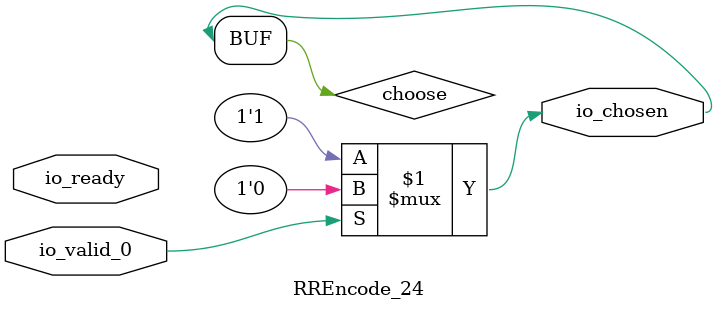
<source format=v>
module RREncode_24(
    input  io_valid_0,
    output io_chosen,
    input  io_ready);
  wire choose;
  assign io_chosen = choose;
  assign choose = io_valid_0 ? 1'h0 : 1'h1;
endmodule
</source>
